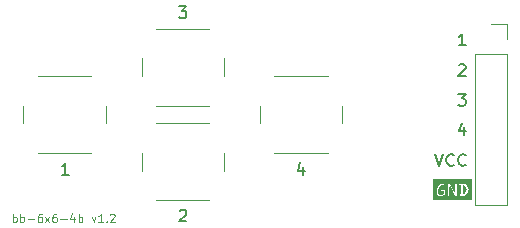
<source format=gbr>
%TF.GenerationSoftware,KiCad,Pcbnew,5.1.12-84ad8e8a86~92~ubuntu18.04.1*%
%TF.CreationDate,2022-05-07T17:48:54+02:00*%
%TF.ProjectId,button-board-6x6mm-4buttons,62757474-6f6e-42d6-926f-6172642d3678,v1r1*%
%TF.SameCoordinates,Original*%
%TF.FileFunction,Legend,Top*%
%TF.FilePolarity,Positive*%
%FSLAX46Y46*%
G04 Gerber Fmt 4.6, Leading zero omitted, Abs format (unit mm)*
G04 Created by KiCad (PCBNEW 5.1.12-84ad8e8a86~92~ubuntu18.04.1) date 2022-05-07 17:48:54*
%MOMM*%
%LPD*%
G01*
G04 APERTURE LIST*
%ADD10C,0.150000*%
%ADD11C,0.070000*%
%ADD12C,0.120000*%
%ADD13C,0.064000*%
G04 APERTURE END LIST*
D10*
X58166666Y-32852380D02*
X58785714Y-32852380D01*
X58452380Y-33233333D01*
X58595238Y-33233333D01*
X58690476Y-33280952D01*
X58738095Y-33328571D01*
X58785714Y-33423809D01*
X58785714Y-33661904D01*
X58738095Y-33757142D01*
X58690476Y-33804761D01*
X58595238Y-33852380D01*
X58309523Y-33852380D01*
X58214285Y-33804761D01*
X58166666Y-33757142D01*
X82342857Y-43085714D02*
X82342857Y-43752380D01*
X82104761Y-42704761D02*
X81866666Y-43419047D01*
X82485714Y-43419047D01*
X79866666Y-45352380D02*
X80200000Y-46352380D01*
X80533333Y-45352380D01*
X81438095Y-46257142D02*
X81390476Y-46304761D01*
X81247619Y-46352380D01*
X81152380Y-46352380D01*
X81009523Y-46304761D01*
X80914285Y-46209523D01*
X80866666Y-46114285D01*
X80819047Y-45923809D01*
X80819047Y-45780952D01*
X80866666Y-45590476D01*
X80914285Y-45495238D01*
X81009523Y-45400000D01*
X81152380Y-45352380D01*
X81247619Y-45352380D01*
X81390476Y-45400000D01*
X81438095Y-45447619D01*
X82438095Y-46257142D02*
X82390476Y-46304761D01*
X82247619Y-46352380D01*
X82152380Y-46352380D01*
X82009523Y-46304761D01*
X81914285Y-46209523D01*
X81866666Y-46114285D01*
X81819047Y-45923809D01*
X81819047Y-45780952D01*
X81866666Y-45590476D01*
X81914285Y-45495238D01*
X82009523Y-45400000D01*
X82152380Y-45352380D01*
X82247619Y-45352380D01*
X82390476Y-45400000D01*
X82438095Y-45447619D01*
D11*
X44099999Y-51116666D02*
X44099999Y-50416666D01*
X44099999Y-50683333D02*
X44166666Y-50650000D01*
X44299999Y-50650000D01*
X44366666Y-50683333D01*
X44399999Y-50716666D01*
X44433333Y-50783333D01*
X44433333Y-50983333D01*
X44399999Y-51050000D01*
X44366666Y-51083333D01*
X44299999Y-51116666D01*
X44166666Y-51116666D01*
X44099999Y-51083333D01*
X44733333Y-51116666D02*
X44733333Y-50416666D01*
X44733333Y-50683333D02*
X44799999Y-50650000D01*
X44933333Y-50650000D01*
X44999999Y-50683333D01*
X45033333Y-50716666D01*
X45066666Y-50783333D01*
X45066666Y-50983333D01*
X45033333Y-51050000D01*
X44999999Y-51083333D01*
X44933333Y-51116666D01*
X44799999Y-51116666D01*
X44733333Y-51083333D01*
X45366666Y-50850000D02*
X45899999Y-50850000D01*
X46533333Y-50416666D02*
X46399999Y-50416666D01*
X46333333Y-50450000D01*
X46299999Y-50483333D01*
X46233333Y-50583333D01*
X46199999Y-50716666D01*
X46199999Y-50983333D01*
X46233333Y-51050000D01*
X46266666Y-51083333D01*
X46333333Y-51116666D01*
X46466666Y-51116666D01*
X46533333Y-51083333D01*
X46566666Y-51050000D01*
X46599999Y-50983333D01*
X46599999Y-50816666D01*
X46566666Y-50750000D01*
X46533333Y-50716666D01*
X46466666Y-50683333D01*
X46333333Y-50683333D01*
X46266666Y-50716666D01*
X46233333Y-50750000D01*
X46199999Y-50816666D01*
X46833333Y-51116666D02*
X47199999Y-50650000D01*
X46833333Y-50650000D02*
X47199999Y-51116666D01*
X47766666Y-50416666D02*
X47633333Y-50416666D01*
X47566666Y-50450000D01*
X47533333Y-50483333D01*
X47466666Y-50583333D01*
X47433333Y-50716666D01*
X47433333Y-50983333D01*
X47466666Y-51050000D01*
X47499999Y-51083333D01*
X47566666Y-51116666D01*
X47699999Y-51116666D01*
X47766666Y-51083333D01*
X47799999Y-51050000D01*
X47833333Y-50983333D01*
X47833333Y-50816666D01*
X47799999Y-50750000D01*
X47766666Y-50716666D01*
X47699999Y-50683333D01*
X47566666Y-50683333D01*
X47499999Y-50716666D01*
X47466666Y-50750000D01*
X47433333Y-50816666D01*
X48133333Y-50850000D02*
X48666666Y-50850000D01*
X49299999Y-50650000D02*
X49299999Y-51116666D01*
X49133333Y-50383333D02*
X48966666Y-50883333D01*
X49399999Y-50883333D01*
X49666666Y-51116666D02*
X49666666Y-50416666D01*
X49666666Y-50683333D02*
X49733333Y-50650000D01*
X49866666Y-50650000D01*
X49933333Y-50683333D01*
X49966666Y-50716666D01*
X49999999Y-50783333D01*
X49999999Y-50983333D01*
X49966666Y-51050000D01*
X49933333Y-51083333D01*
X49866666Y-51116666D01*
X49733333Y-51116666D01*
X49666666Y-51083333D01*
X50766666Y-50650000D02*
X50933333Y-51116666D01*
X51099999Y-50650000D01*
X51733333Y-51116666D02*
X51333333Y-51116666D01*
X51533333Y-51116666D02*
X51533333Y-50416666D01*
X51466666Y-50516666D01*
X51399999Y-50583333D01*
X51333333Y-50616666D01*
X52033333Y-51050000D02*
X52066666Y-51083333D01*
X52033333Y-51116666D01*
X51999999Y-51083333D01*
X52033333Y-51050000D01*
X52033333Y-51116666D01*
X52333333Y-50483333D02*
X52366666Y-50450000D01*
X52433333Y-50416666D01*
X52599999Y-50416666D01*
X52666666Y-50450000D01*
X52699999Y-50483333D01*
X52733333Y-50550000D01*
X52733333Y-50616666D01*
X52699999Y-50716666D01*
X52299999Y-51116666D01*
X52733333Y-51116666D01*
D10*
X48835714Y-47102380D02*
X48264285Y-47102380D01*
X48550000Y-47102380D02*
X48550000Y-46102380D01*
X48454761Y-46245238D01*
X48359523Y-46340476D01*
X48264285Y-46388095D01*
X58214285Y-50147619D02*
X58261904Y-50100000D01*
X58357142Y-50052380D01*
X58595238Y-50052380D01*
X58690476Y-50100000D01*
X58738095Y-50147619D01*
X58785714Y-50242857D01*
X58785714Y-50338095D01*
X58738095Y-50480952D01*
X58166666Y-51052380D01*
X58785714Y-51052380D01*
X68690476Y-46435714D02*
X68690476Y-47102380D01*
X68452380Y-46054761D02*
X68214285Y-46769047D01*
X68833333Y-46769047D01*
X81819047Y-40252380D02*
X82438095Y-40252380D01*
X82104761Y-40633333D01*
X82247619Y-40633333D01*
X82342857Y-40680952D01*
X82390476Y-40728571D01*
X82438095Y-40823809D01*
X82438095Y-41061904D01*
X82390476Y-41157142D01*
X82342857Y-41204761D01*
X82247619Y-41252380D01*
X81961904Y-41252380D01*
X81866666Y-41204761D01*
X81819047Y-41157142D01*
X81866666Y-37847619D02*
X81914285Y-37800000D01*
X82009523Y-37752380D01*
X82247619Y-37752380D01*
X82342857Y-37800000D01*
X82390476Y-37847619D01*
X82438095Y-37942857D01*
X82438095Y-38038095D01*
X82390476Y-38180952D01*
X81819047Y-38752380D01*
X82438095Y-38752380D01*
X82438095Y-36152380D02*
X81866666Y-36152380D01*
X82152381Y-36152380D02*
X82152381Y-35152380D01*
X82057142Y-35295238D01*
X81961904Y-35390476D01*
X81866666Y-35438095D01*
D12*
%TO.C,J1*%
X84600000Y-34320000D02*
X85930000Y-34320000D01*
X85930000Y-34320000D02*
X85930000Y-35650000D01*
X85930000Y-36920000D02*
X85930000Y-49680000D01*
X83270000Y-49680000D02*
X85930000Y-49680000D01*
X83270000Y-36920000D02*
X83270000Y-49680000D01*
X83270000Y-36920000D02*
X85930000Y-36920000D01*
%TO.C,SW4*%
X66250000Y-45250000D02*
X70750000Y-45250000D01*
X65000000Y-41250000D02*
X65000000Y-42750000D01*
X70750000Y-38750000D02*
X66250000Y-38750000D01*
X72000000Y-42750000D02*
X72000000Y-41250000D01*
%TO.C,SW3*%
X56250000Y-41250000D02*
X60750000Y-41250000D01*
X55000000Y-37250000D02*
X55000000Y-38750000D01*
X60750000Y-34750000D02*
X56250000Y-34750000D01*
X62000000Y-38750000D02*
X62000000Y-37250000D01*
%TO.C,SW2*%
X56250000Y-49250000D02*
X60750000Y-49250000D01*
X55000000Y-45250000D02*
X55000000Y-46750000D01*
X60750000Y-42750000D02*
X56250000Y-42750000D01*
X62000000Y-46750000D02*
X62000000Y-45250000D01*
%TO.C,REF\u002A\u002A*%
X80589600Y-47753100D02*
X80678500Y-47753100D01*
X80361000Y-47740400D02*
X80132400Y-47753100D01*
X81351600Y-47715000D02*
X81973900Y-47715000D01*
X82342200Y-48451600D02*
X82316800Y-48527800D01*
X79738700Y-49099300D02*
X82875600Y-49099300D01*
X79726000Y-47549900D02*
X79738700Y-49099300D01*
X80170500Y-48667500D02*
X80437200Y-48667500D01*
D13*
X79724107Y-49075193D02*
X82903156Y-49075193D01*
X79724107Y-49013948D02*
X82903156Y-49013948D01*
X79724107Y-48952699D02*
X82903156Y-48952699D01*
X79724107Y-48891437D02*
X82903156Y-48891437D01*
X82442515Y-48830188D02*
X82903156Y-48830188D01*
X81675538Y-48830188D02*
X81839760Y-48830188D01*
X81056975Y-48830188D02*
X81399582Y-48830188D01*
X80628464Y-48830188D02*
X80861702Y-48830188D01*
X79724107Y-48830188D02*
X80000906Y-48830188D01*
X82510314Y-48768938D02*
X82903156Y-48768938D01*
X81682552Y-48768938D02*
X81814956Y-48768938D01*
X81080361Y-48768938D02*
X81358656Y-48768938D01*
X80681382Y-48768938D02*
X80848840Y-48768938D01*
X79724107Y-48768938D02*
X79957911Y-48768938D01*
X82544214Y-48707689D02*
X82903156Y-48707689D01*
X81687230Y-48707689D02*
X81841414Y-48707689D01*
X81081532Y-48707689D02*
X81334101Y-48707689D01*
X80703706Y-48707689D02*
X80853517Y-48707689D01*
X79724107Y-48707689D02*
X79930627Y-48707689D01*
X82572327Y-48646435D02*
X82903156Y-48646435D01*
X82179586Y-48646435D02*
X82258960Y-48646435D01*
X81680214Y-48646435D02*
X81955515Y-48646435D01*
X81085039Y-48646435D02*
X81307208Y-48646435D01*
X80711147Y-48646435D02*
X80851178Y-48646435D01*
X80135678Y-48646435D02*
X80482945Y-48646435D01*
X79724107Y-48646435D02*
X79930627Y-48646435D01*
X82609532Y-48585184D02*
X82903156Y-48585184D01*
X82184546Y-48585184D02*
X82286245Y-48585184D01*
X81686062Y-48585184D02*
X81953863Y-48585184D01*
X81076854Y-48585184D02*
X81268620Y-48585184D01*
X80712801Y-48585184D02*
X80852347Y-48585184D01*
X80130718Y-48585184D02*
X80487078Y-48585184D01*
X79724107Y-48585184D02*
X79925665Y-48585184D01*
X82631032Y-48523935D02*
X82903156Y-48523935D01*
X82184546Y-48523935D02*
X82320972Y-48523935D01*
X81686062Y-48523935D02*
X81951382Y-48523935D01*
X81075684Y-48523935D02*
X81247572Y-48523935D01*
X80720242Y-48523935D02*
X80852347Y-48523935D01*
X80135678Y-48523935D02*
X80487905Y-48523935D01*
X79724107Y-48523935D02*
X79918224Y-48523935D01*
X82665756Y-48462687D02*
X82903156Y-48462687D01*
X82191987Y-48462687D02*
X82363139Y-48462687D01*
X81682552Y-48462687D02*
X81946422Y-48462687D01*
X81080361Y-48462687D02*
X81221848Y-48462687D01*
X80717761Y-48462687D02*
X80842993Y-48462687D01*
X80137332Y-48462687D02*
X80302696Y-48462687D01*
X79724107Y-48462687D02*
X79923186Y-48462687D01*
X82684773Y-48401431D02*
X82903156Y-48401431D01*
X82180413Y-48401431D02*
X82396213Y-48401431D01*
X81681384Y-48401431D02*
X81949728Y-48401431D01*
X81421798Y-48401431D02*
X81467400Y-48401431D01*
X81080361Y-48401431D02*
X81189108Y-48401431D01*
X80726032Y-48401431D02*
X80841823Y-48401431D01*
X80134024Y-48401431D02*
X80275411Y-48401431D01*
X79724107Y-48401431D02*
X79921532Y-48401431D01*
X82702137Y-48340179D02*
X82903156Y-48340179D01*
X82191160Y-48340179D02*
X82420191Y-48340179D01*
X81679356Y-48340179D02*
X81953863Y-48340179D01*
X81393277Y-48340179D02*
X81462728Y-48340179D01*
X81076604Y-48340179D02*
X81170033Y-48340179D01*
X80711147Y-48340179D02*
X80845920Y-48340179D01*
X80134852Y-48340179D02*
X80323368Y-48340179D01*
X79724107Y-48340179D02*
X79926492Y-48340179D01*
X82688082Y-48278931D02*
X82903156Y-48278931D01*
X82183719Y-48278931D02*
X82412750Y-48278931D01*
X81681837Y-48278931D02*
X81948901Y-48278931D01*
X81368470Y-48278931D02*
X81456115Y-48278931D01*
X81084872Y-48278931D02*
X81138615Y-48278931D01*
X80132372Y-48278931D02*
X80850054Y-48278931D01*
X79724107Y-48278931D02*
X79929800Y-48278931D01*
X82676505Y-48217680D02*
X82903156Y-48217680D01*
X82184546Y-48217680D02*
X82387118Y-48217680D01*
X81681010Y-48217680D02*
X81949728Y-48217680D01*
X81342014Y-48217680D02*
X81445365Y-48217680D01*
X81074950Y-48217680D02*
X81121251Y-48217680D01*
X80152215Y-48217680D02*
X80853360Y-48217680D01*
X79724107Y-48217680D02*
X79931454Y-48217680D01*
X82647568Y-48156424D02*
X82903156Y-48156424D01*
X82181238Y-48156424D02*
X82358178Y-48156424D01*
X81685972Y-48156424D02*
X81950555Y-48156424D01*
X81303979Y-48156424D02*
X81455288Y-48156424D01*
X80184460Y-48156424D02*
X80859149Y-48156424D01*
X79724107Y-48156424D02*
X79943856Y-48156424D01*
X82616147Y-48095175D02*
X82903156Y-48095175D01*
X82179586Y-48095175D02*
X82324279Y-48095175D01*
X81682664Y-48095175D02*
X81948901Y-48095175D01*
X81275868Y-48095175D02*
X81457768Y-48095175D01*
X80246473Y-48095175D02*
X80855841Y-48095175D01*
X79724107Y-48095175D02*
X79971141Y-48095175D01*
X82587209Y-48033927D02*
X82903156Y-48033927D01*
X82189506Y-48033927D02*
X82287072Y-48033927D01*
X81690105Y-48033927D02*
X81952209Y-48033927D01*
X81244449Y-48033927D02*
X81456115Y-48033927D01*
X80293604Y-48033927D02*
X80851708Y-48033927D01*
X79724107Y-48033927D02*
X80019096Y-48033927D01*
X82545868Y-47972676D02*
X82903156Y-47972676D01*
X82186200Y-47972676D02*
X82255654Y-47972676D01*
X81684318Y-47972676D02*
X81939806Y-47972676D01*
X81224604Y-47972676D02*
X81455288Y-47972676D01*
X80324195Y-47972676D02*
X80856668Y-47972676D01*
X79724107Y-47972676D02*
X80060437Y-47972676D01*
X82517756Y-47911419D02*
X82903156Y-47911419D01*
X81695415Y-47911419D02*
X81831492Y-47911419D01*
X81200800Y-47911419D02*
X81445184Y-47911419D01*
X80633687Y-47911419D02*
X80854685Y-47911419D01*
X79724107Y-47911419D02*
X80116029Y-47911419D01*
X82482201Y-47850171D02*
X82903156Y-47850171D01*
X81686062Y-47850171D02*
X81823224Y-47850171D01*
X81166890Y-47850171D02*
X81455708Y-47850171D01*
X80655905Y-47850171D02*
X80861702Y-47850171D01*
X79724107Y-47850171D02*
X80167136Y-47850171D01*
X82406136Y-47788923D02*
X82903156Y-47788923D01*
X81650981Y-47788923D02*
X81856296Y-47788923D01*
X81122456Y-47788923D02*
X81475588Y-47788923D01*
X80620824Y-47788923D02*
X80862870Y-47788923D01*
X79724107Y-47788923D02*
X80223261Y-47788923D01*
X79724107Y-47727674D02*
X82903156Y-47727674D01*
X79724107Y-47666415D02*
X82903156Y-47666415D01*
X79724107Y-47605171D02*
X82903156Y-47605171D01*
X79724107Y-47543916D02*
X82903156Y-47543916D01*
X79682579Y-49150382D02*
X79682579Y-47493016D01*
X82925011Y-49150382D02*
X79682579Y-49150382D01*
X82925011Y-47493016D02*
X82925011Y-49150382D01*
X79682579Y-47493016D02*
X82925011Y-47493016D01*
X82175996Y-48671980D02*
X82175996Y-47958878D01*
X82201632Y-48671980D02*
X82175996Y-48671980D01*
X82414808Y-48414084D02*
X82296076Y-48615314D01*
X82296076Y-48615314D02*
X82255735Y-48665055D01*
X82255735Y-48665055D02*
X82201632Y-48671980D01*
X82294727Y-48015544D02*
X82406712Y-48215751D01*
X82440441Y-48326387D02*
X82426218Y-48389402D01*
X82426218Y-48389402D02*
X82414808Y-48414084D01*
X82406712Y-48215751D02*
X82432822Y-48274974D01*
X82432822Y-48274974D02*
X82440441Y-48326387D01*
X82175996Y-47958878D02*
X82192188Y-47958878D01*
X82192188Y-47958878D02*
X82256106Y-47965455D01*
X82256106Y-47965455D02*
X82294727Y-48015544D01*
X81966356Y-47958878D02*
X81966356Y-48671980D01*
X81916435Y-47958878D02*
X81966356Y-47958878D01*
X82320878Y-47772554D02*
X81912388Y-47772554D01*
X81834133Y-47867781D02*
X81855839Y-47929412D01*
X81855839Y-47929412D02*
X81916435Y-47958878D01*
X81912388Y-47772554D02*
X81854950Y-47805347D01*
X81854950Y-47805347D02*
X81834133Y-47867781D01*
X82643339Y-48168530D02*
X82524608Y-47931070D01*
X82524608Y-47931070D02*
X82493054Y-47874884D01*
X82493054Y-47874884D02*
X82450927Y-47822820D01*
X82450927Y-47822820D02*
X82390657Y-47784420D01*
X82390657Y-47784420D02*
X82320878Y-47772554D01*
X82521910Y-48719007D02*
X82644688Y-48473449D01*
X82683814Y-48325039D02*
X82677133Y-48258130D01*
X82677133Y-48258130D02*
X82654998Y-48193423D01*
X82654998Y-48193423D02*
X82643339Y-48168530D01*
X82644688Y-48473449D02*
X82670686Y-48410345D01*
X82670686Y-48410345D02*
X82683128Y-48344918D01*
X82683128Y-48344918D02*
X82683814Y-48325039D01*
X81901593Y-48865299D02*
X82308735Y-48865299D01*
X82308735Y-48865299D02*
X82379799Y-48855911D01*
X82379799Y-48855911D02*
X82443413Y-48823322D01*
X82443413Y-48823322D02*
X82488658Y-48775314D01*
X82488658Y-48775314D02*
X82521910Y-48719007D01*
X81966356Y-48671980D02*
X81901593Y-48671980D01*
X81834133Y-48761687D02*
X81850241Y-48824000D01*
X81850241Y-48824000D02*
X81901593Y-48865299D01*
X81901593Y-48671980D02*
X81848175Y-48708430D01*
X81848175Y-48708430D02*
X81834133Y-48761687D01*
X81469413Y-47837429D02*
X81468064Y-48505003D01*
X81677031Y-48873203D02*
X81677031Y-47837429D01*
X81426240Y-48873203D02*
X81677031Y-48873203D01*
X81074096Y-48096647D02*
X81426240Y-48873203D01*
X81563727Y-47773903D02*
X81498355Y-47789475D01*
X81498355Y-47789475D02*
X81469413Y-47837429D01*
X81677031Y-47837429D02*
X81634351Y-47787572D01*
X81634351Y-47787572D02*
X81568325Y-47773962D01*
X81568325Y-47773962D02*
X81563727Y-47773903D01*
X80861953Y-47770036D02*
X80861953Y-48805901D01*
X81114572Y-47770036D02*
X80861953Y-47770036D01*
X81466715Y-48505003D02*
X81114572Y-47770036D01*
X81071397Y-48805901D02*
X81071019Y-48739408D01*
X81071019Y-48739408D02*
X81070825Y-48672914D01*
X81070825Y-48672914D02*
X81070797Y-48606420D01*
X81070797Y-48606420D02*
X81070915Y-48539927D01*
X81070915Y-48539927D02*
X81071161Y-48473433D01*
X81071161Y-48473433D02*
X81071518Y-48406939D01*
X81071518Y-48406939D02*
X81071966Y-48340446D01*
X81071966Y-48340446D02*
X81072487Y-48273954D01*
X81072487Y-48273954D02*
X81073063Y-48207463D01*
X81073063Y-48207463D02*
X81073676Y-48140973D01*
X81073676Y-48140973D02*
X81074096Y-48096647D01*
X80954639Y-48873361D02*
X81017660Y-48861698D01*
X81017660Y-48861698D02*
X81068372Y-48821195D01*
X81068372Y-48821195D02*
X81071397Y-48805901D01*
X80861953Y-48805901D02*
X80896769Y-48859867D01*
X80896769Y-48859867D02*
X80954639Y-48873361D01*
X80364814Y-48503133D02*
X80495687Y-48503133D01*
X81468064Y-48505003D02*
X81466715Y-48505003D01*
X80705690Y-48322327D02*
X80364814Y-48322327D01*
X80705690Y-48634006D02*
X80705690Y-48322327D01*
X80297354Y-48410644D02*
X80317929Y-48475102D01*
X80317929Y-48475102D02*
X80364814Y-48503133D01*
X80364814Y-48322327D02*
X80311395Y-48357891D01*
X80311395Y-48357891D02*
X80297354Y-48410644D01*
X80182672Y-48872250D02*
X80414734Y-48872250D01*
X80414734Y-48872250D02*
X80482798Y-48868521D01*
X80482798Y-48868521D02*
X80555186Y-48853379D01*
X80555186Y-48853379D02*
X80613444Y-48826600D01*
X80613444Y-48826600D02*
X80664656Y-48779120D01*
X80664656Y-48779120D02*
X80695422Y-48714916D01*
X80695422Y-48714916D02*
X80705404Y-48648650D01*
X80705404Y-48648650D02*
X80705690Y-48634006D01*
X79940464Y-48288608D02*
X79940464Y-48625911D01*
X79998312Y-48808548D02*
X80055223Y-48845129D01*
X80055223Y-48845129D02*
X80121922Y-48866171D01*
X80121922Y-48866171D02*
X80182672Y-48872250D01*
X79940464Y-48625911D02*
X79943716Y-48694478D01*
X79943716Y-48694478D02*
X79960981Y-48758252D01*
X79960981Y-48758252D02*
X79998312Y-48808548D01*
X80168436Y-47861476D02*
X80009231Y-48065207D01*
X80009231Y-48065207D02*
X79973624Y-48122369D01*
X79973624Y-48122369D02*
X79951874Y-48183236D01*
X79951874Y-48183236D02*
X79941807Y-48249220D01*
X79941807Y-48249220D02*
X79940464Y-48288608D01*
X80563148Y-47771121D02*
X80382355Y-47771121D01*
X80382355Y-47771121D02*
X80312087Y-47776806D01*
X80312087Y-47776806D02*
X80249530Y-47796149D01*
X80249530Y-47796149D02*
X80195062Y-47832585D01*
X80195062Y-47832585D02*
X80168436Y-47861476D01*
X80401242Y-47961659D02*
X80563148Y-47961659D01*
X80648683Y-47867781D02*
X80622203Y-47804698D01*
X80622203Y-47804698D02*
X80566479Y-47771260D01*
X80566479Y-47771260D02*
X80563148Y-47771121D01*
X80563148Y-47961659D02*
X80622203Y-47929602D01*
X80622203Y-47929602D02*
X80648683Y-47867781D01*
X80168653Y-48173927D02*
X80287909Y-48016977D01*
X80287909Y-48016977D02*
X80330954Y-47969417D01*
X80330954Y-47969417D02*
X80394514Y-47961656D01*
X80394514Y-47961656D02*
X80401242Y-47961659D01*
X80126828Y-48613767D02*
X80126828Y-48349323D01*
X80126828Y-48349323D02*
X80129820Y-48284921D01*
X80129820Y-48284921D02*
X80144782Y-48220616D01*
X80144782Y-48220616D02*
X80168653Y-48173927D01*
X80406639Y-48710911D02*
X80219923Y-48710911D01*
X80219923Y-48710911D02*
X80156671Y-48699740D01*
X80156671Y-48699740D02*
X80127673Y-48639246D01*
X80127673Y-48639246D02*
X80126828Y-48613767D01*
X80495687Y-48503133D02*
X80495687Y-48640752D01*
X80495687Y-48640752D02*
X80466271Y-48699904D01*
X80466271Y-48699904D02*
X80406639Y-48710911D01*
D12*
%TO.C,SW1*%
X46250000Y-45250000D02*
X50750000Y-45250000D01*
X45000000Y-41250000D02*
X45000000Y-42750000D01*
X50750000Y-38750000D02*
X46250000Y-38750000D01*
X52000000Y-42750000D02*
X52000000Y-41250000D01*
%TD*%
M02*

</source>
